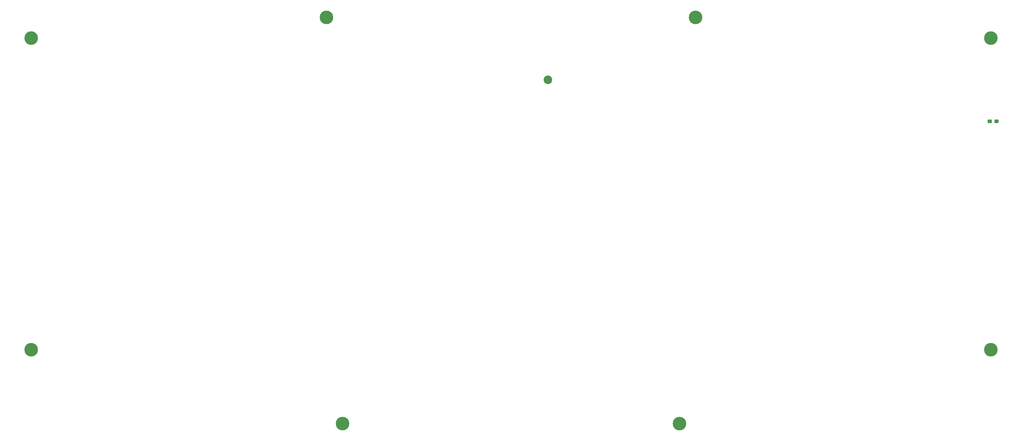
<source format=gbr>
G04 #@! TF.GenerationSoftware,KiCad,Pcbnew,(5.1.4-0)*
G04 #@! TF.CreationDate,2021-10-30T17:16:14-05:00*
G04 #@! TF.ProjectId,top_plate,746f705f-706c-4617-9465-2e6b69636164,rev?*
G04 #@! TF.SameCoordinates,Original*
G04 #@! TF.FileFunction,Soldermask,Top*
G04 #@! TF.FilePolarity,Negative*
%FSLAX46Y46*%
G04 Gerber Fmt 4.6, Leading zero omitted, Abs format (unit mm)*
G04 Created by KiCad (PCBNEW (5.1.4-0)) date 2021-10-30 17:16:14*
%MOMM*%
%LPD*%
G04 APERTURE LIST*
%ADD10C,2.200000*%
%ADD11C,0.100000*%
%ADD12C,0.950000*%
%ADD13C,3.500000*%
G04 APERTURE END LIST*
D10*
X207170418Y-89297052D03*
D11*
G36*
X321501376Y-99538770D02*
G01*
X321524431Y-99542189D01*
X321547040Y-99547853D01*
X321568984Y-99555705D01*
X321590054Y-99565670D01*
X321610045Y-99577652D01*
X321628765Y-99591536D01*
X321646035Y-99607188D01*
X321661687Y-99624458D01*
X321675571Y-99643178D01*
X321687553Y-99663169D01*
X321697518Y-99684239D01*
X321705370Y-99706183D01*
X321711034Y-99728792D01*
X321714453Y-99751847D01*
X321715597Y-99775126D01*
X321715597Y-100250126D01*
X321714453Y-100273405D01*
X321711034Y-100296460D01*
X321705370Y-100319069D01*
X321697518Y-100341013D01*
X321687553Y-100362083D01*
X321675571Y-100382074D01*
X321661687Y-100400794D01*
X321646035Y-100418064D01*
X321628765Y-100433716D01*
X321610045Y-100447600D01*
X321590054Y-100459582D01*
X321568984Y-100469547D01*
X321547040Y-100477399D01*
X321524431Y-100483063D01*
X321501376Y-100486482D01*
X321478097Y-100487626D01*
X320903097Y-100487626D01*
X320879818Y-100486482D01*
X320856763Y-100483063D01*
X320834154Y-100477399D01*
X320812210Y-100469547D01*
X320791140Y-100459582D01*
X320771149Y-100447600D01*
X320752429Y-100433716D01*
X320735159Y-100418064D01*
X320719507Y-100400794D01*
X320705623Y-100382074D01*
X320693641Y-100362083D01*
X320683676Y-100341013D01*
X320675824Y-100319069D01*
X320670160Y-100296460D01*
X320666741Y-100273405D01*
X320665597Y-100250126D01*
X320665597Y-99775126D01*
X320666741Y-99751847D01*
X320670160Y-99728792D01*
X320675824Y-99706183D01*
X320683676Y-99684239D01*
X320693641Y-99663169D01*
X320705623Y-99643178D01*
X320719507Y-99624458D01*
X320735159Y-99607188D01*
X320752429Y-99591536D01*
X320771149Y-99577652D01*
X320791140Y-99565670D01*
X320812210Y-99555705D01*
X320834154Y-99547853D01*
X320856763Y-99542189D01*
X320879818Y-99538770D01*
X320903097Y-99537626D01*
X321478097Y-99537626D01*
X321501376Y-99538770D01*
X321501376Y-99538770D01*
G37*
D12*
X321190597Y-100012626D03*
D11*
G36*
X323251376Y-99538770D02*
G01*
X323274431Y-99542189D01*
X323297040Y-99547853D01*
X323318984Y-99555705D01*
X323340054Y-99565670D01*
X323360045Y-99577652D01*
X323378765Y-99591536D01*
X323396035Y-99607188D01*
X323411687Y-99624458D01*
X323425571Y-99643178D01*
X323437553Y-99663169D01*
X323447518Y-99684239D01*
X323455370Y-99706183D01*
X323461034Y-99728792D01*
X323464453Y-99751847D01*
X323465597Y-99775126D01*
X323465597Y-100250126D01*
X323464453Y-100273405D01*
X323461034Y-100296460D01*
X323455370Y-100319069D01*
X323447518Y-100341013D01*
X323437553Y-100362083D01*
X323425571Y-100382074D01*
X323411687Y-100400794D01*
X323396035Y-100418064D01*
X323378765Y-100433716D01*
X323360045Y-100447600D01*
X323340054Y-100459582D01*
X323318984Y-100469547D01*
X323297040Y-100477399D01*
X323274431Y-100483063D01*
X323251376Y-100486482D01*
X323228097Y-100487626D01*
X322653097Y-100487626D01*
X322629818Y-100486482D01*
X322606763Y-100483063D01*
X322584154Y-100477399D01*
X322562210Y-100469547D01*
X322541140Y-100459582D01*
X322521149Y-100447600D01*
X322502429Y-100433716D01*
X322485159Y-100418064D01*
X322469507Y-100400794D01*
X322455623Y-100382074D01*
X322443641Y-100362083D01*
X322433676Y-100341013D01*
X322425824Y-100319069D01*
X322420160Y-100296460D01*
X322416741Y-100273405D01*
X322415597Y-100250126D01*
X322415597Y-99775126D01*
X322416741Y-99751847D01*
X322420160Y-99728792D01*
X322425824Y-99706183D01*
X322433676Y-99684239D01*
X322443641Y-99663169D01*
X322455623Y-99643178D01*
X322469507Y-99624458D01*
X322485159Y-99607188D01*
X322502429Y-99591536D01*
X322521149Y-99577652D01*
X322541140Y-99565670D01*
X322562210Y-99555705D01*
X322584154Y-99547853D01*
X322606763Y-99542189D01*
X322629818Y-99538770D01*
X322653097Y-99537626D01*
X323228097Y-99537626D01*
X323251376Y-99538770D01*
X323251376Y-99538770D01*
G37*
D12*
X322940597Y-100012626D03*
D13*
X73819060Y-78581485D03*
X73820040Y-158948739D03*
X150019380Y-73223743D03*
X154187295Y-177998755D03*
X245269780Y-73223743D03*
X241102993Y-177998755D03*
X321470256Y-78581436D03*
X321470100Y-158948675D03*
M02*

</source>
